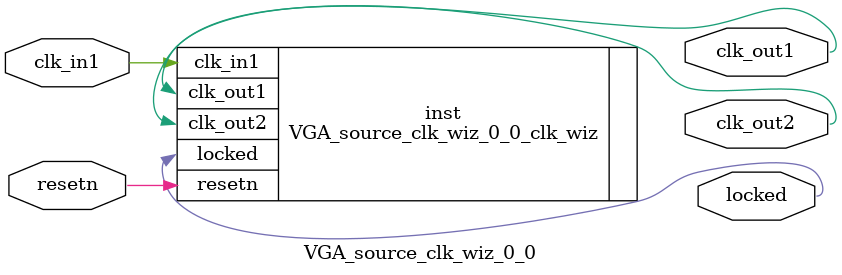
<source format=v>


`timescale 1ps/1ps

(* CORE_GENERATION_INFO = "VGA_source_clk_wiz_0_0,clk_wiz_v6_0_4_0_0,{component_name=VGA_source_clk_wiz_0_0,use_phase_alignment=true,use_min_o_jitter=false,use_max_i_jitter=false,use_dyn_phase_shift=false,use_inclk_switchover=false,use_dyn_reconfig=false,enable_axi=0,feedback_source=FDBK_AUTO,PRIMITIVE=MMCM,num_out_clk=2,clkin1_period=10.000,clkin2_period=10.000,use_power_down=false,use_reset=true,use_locked=true,use_inclk_stopped=false,feedback_type=SINGLE,CLOCK_MGR_TYPE=NA,manual_override=false}" *)

module VGA_source_clk_wiz_0_0 
 (
  // Clock out ports
  output        clk_out1,
  output        clk_out2,
  // Status and control signals
  input         resetn,
  output        locked,
 // Clock in ports
  input         clk_in1
 );

  VGA_source_clk_wiz_0_0_clk_wiz inst
  (
  // Clock out ports  
  .clk_out1(clk_out1),
  .clk_out2(clk_out2),
  // Status and control signals               
  .resetn(resetn), 
  .locked(locked),
 // Clock in ports
  .clk_in1(clk_in1)
  );

endmodule

</source>
